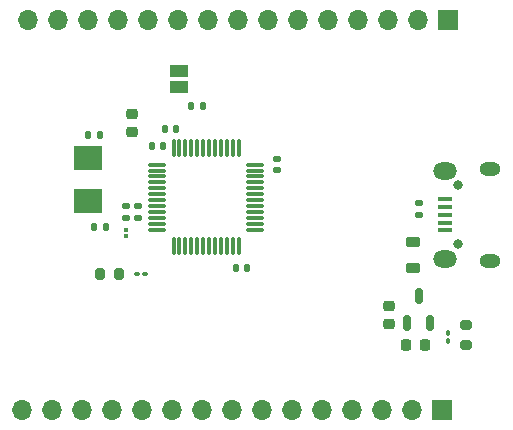
<source format=gbr>
%TF.GenerationSoftware,KiCad,Pcbnew,8.0.8*%
%TF.CreationDate,2025-01-21T23:24:59+01:00*%
%TF.ProjectId,STM32_Design,53544d33-325f-4446-9573-69676e2e6b69,rev?*%
%TF.SameCoordinates,Original*%
%TF.FileFunction,Soldermask,Top*%
%TF.FilePolarity,Negative*%
%FSLAX46Y46*%
G04 Gerber Fmt 4.6, Leading zero omitted, Abs format (unit mm)*
G04 Created by KiCad (PCBNEW 8.0.8) date 2025-01-21 23:24:59*
%MOMM*%
%LPD*%
G01*
G04 APERTURE LIST*
G04 Aperture macros list*
%AMRoundRect*
0 Rectangle with rounded corners*
0 $1 Rounding radius*
0 $2 $3 $4 $5 $6 $7 $8 $9 X,Y pos of 4 corners*
0 Add a 4 corners polygon primitive as box body*
4,1,4,$2,$3,$4,$5,$6,$7,$8,$9,$2,$3,0*
0 Add four circle primitives for the rounded corners*
1,1,$1+$1,$2,$3*
1,1,$1+$1,$4,$5*
1,1,$1+$1,$6,$7*
1,1,$1+$1,$8,$9*
0 Add four rect primitives between the rounded corners*
20,1,$1+$1,$2,$3,$4,$5,0*
20,1,$1+$1,$4,$5,$6,$7,0*
20,1,$1+$1,$6,$7,$8,$9,0*
20,1,$1+$1,$8,$9,$2,$3,0*%
G04 Aperture macros list end*
%ADD10RoundRect,0.075000X0.075000X-0.125000X0.075000X0.125000X-0.075000X0.125000X-0.075000X-0.125000X0*%
%ADD11R,2.400000X2.000000*%
%ADD12RoundRect,0.075000X-0.662500X-0.075000X0.662500X-0.075000X0.662500X0.075000X-0.662500X0.075000X0*%
%ADD13RoundRect,0.075000X-0.075000X-0.662500X0.075000X-0.662500X0.075000X0.662500X-0.075000X0.662500X0*%
%ADD14RoundRect,0.150000X0.150000X-0.512500X0.150000X0.512500X-0.150000X0.512500X-0.150000X-0.512500X0*%
%ADD15RoundRect,0.135000X0.185000X-0.135000X0.185000X0.135000X-0.185000X0.135000X-0.185000X-0.135000X0*%
%ADD16RoundRect,0.200000X0.200000X0.275000X-0.200000X0.275000X-0.200000X-0.275000X0.200000X-0.275000X0*%
%ADD17RoundRect,0.135000X0.135000X0.185000X-0.135000X0.185000X-0.135000X-0.185000X0.135000X-0.185000X0*%
%ADD18RoundRect,0.200000X-0.275000X0.200000X-0.275000X-0.200000X0.275000X-0.200000X0.275000X0.200000X0*%
%ADD19R,1.500000X1.000000*%
%ADD20R,1.700000X1.700000*%
%ADD21O,1.700000X1.700000*%
%ADD22O,0.800000X0.800000*%
%ADD23R,1.300000X0.450000*%
%ADD24O,1.800000X1.150000*%
%ADD25O,2.000000X1.450000*%
%ADD26RoundRect,0.218750X-0.381250X0.218750X-0.381250X-0.218750X0.381250X-0.218750X0.381250X0.218750X0*%
%ADD27RoundRect,0.100000X-0.130000X-0.100000X0.130000X-0.100000X0.130000X0.100000X-0.130000X0.100000X0*%
%ADD28RoundRect,0.100000X-0.100000X0.130000X-0.100000X-0.130000X0.100000X-0.130000X0.100000X0.130000X0*%
%ADD29RoundRect,0.140000X-0.140000X-0.170000X0.140000X-0.170000X0.140000X0.170000X-0.140000X0.170000X0*%
%ADD30RoundRect,0.140000X0.170000X-0.140000X0.170000X0.140000X-0.170000X0.140000X-0.170000X-0.140000X0*%
%ADD31RoundRect,0.140000X-0.170000X0.140000X-0.170000X-0.140000X0.170000X-0.140000X0.170000X0.140000X0*%
%ADD32RoundRect,0.140000X0.140000X0.170000X-0.140000X0.170000X-0.140000X-0.170000X0.140000X-0.170000X0*%
%ADD33RoundRect,0.225000X0.250000X-0.225000X0.250000X0.225000X-0.250000X0.225000X-0.250000X-0.225000X0*%
%ADD34RoundRect,0.225000X0.225000X0.250000X-0.225000X0.250000X-0.225000X-0.250000X0.225000X-0.250000X0*%
%ADD35RoundRect,0.225000X-0.250000X0.225000X-0.250000X-0.225000X0.250000X-0.225000X0.250000X0.225000X0*%
G04 APERTURE END LIST*
D10*
%TO.C,L1*%
X111750000Y-81775000D03*
X111750000Y-81275000D03*
%TD*%
D11*
%TO.C,Y1*%
X108500000Y-75150000D03*
X108500000Y-78850000D03*
%TD*%
D12*
%TO.C,U2*%
X114337500Y-75750000D03*
X114337500Y-76250000D03*
X114337500Y-76750000D03*
X114337500Y-77250000D03*
X114337500Y-77750000D03*
X114337500Y-78250000D03*
X114337500Y-78750000D03*
X114337500Y-79250000D03*
X114337500Y-79750000D03*
X114337500Y-80250000D03*
X114337500Y-80750000D03*
X114337500Y-81250000D03*
D13*
X115750000Y-82662500D03*
X116250000Y-82662500D03*
X116750000Y-82662500D03*
X117250000Y-82662500D03*
X117750000Y-82662500D03*
X118250000Y-82662500D03*
X118750000Y-82662500D03*
X119250000Y-82662500D03*
X119750000Y-82662500D03*
X120250000Y-82662500D03*
X120750000Y-82662500D03*
X121250000Y-82662500D03*
D12*
X122662500Y-81250000D03*
X122662500Y-80750000D03*
X122662500Y-80250000D03*
X122662500Y-79750000D03*
X122662500Y-79250000D03*
X122662500Y-78750000D03*
X122662500Y-78250000D03*
X122662500Y-77750000D03*
X122662500Y-77250000D03*
X122662500Y-76750000D03*
X122662500Y-76250000D03*
X122662500Y-75750000D03*
D13*
X121250000Y-74337500D03*
X120750000Y-74337500D03*
X120250000Y-74337500D03*
X119750000Y-74337500D03*
X119250000Y-74337500D03*
X118750000Y-74337500D03*
X118250000Y-74337500D03*
X117750000Y-74337500D03*
X117250000Y-74337500D03*
X116750000Y-74337500D03*
X116250000Y-74337500D03*
X115750000Y-74337500D03*
%TD*%
D14*
%TO.C,U1*%
X136500000Y-86862500D03*
X137450000Y-89137500D03*
X135550000Y-89137500D03*
%TD*%
D15*
%TO.C,R4*%
X136500000Y-78990000D03*
X136500000Y-80010000D03*
%TD*%
D16*
%TO.C,R3*%
X111150000Y-85000000D03*
X109500000Y-85000000D03*
%TD*%
D17*
%TO.C,R2*%
X118260000Y-70750000D03*
X117240000Y-70750000D03*
%TD*%
D18*
%TO.C,R1*%
X140500000Y-89350000D03*
X140500000Y-91000000D03*
%TD*%
D19*
%TO.C,JP1*%
X116250000Y-69150000D03*
X116250000Y-67850000D03*
%TD*%
D20*
%TO.C,J3*%
X138500000Y-96500000D03*
D21*
X135960000Y-96500000D03*
X133420000Y-96500000D03*
X130880000Y-96500000D03*
X128340000Y-96500000D03*
X125800000Y-96500000D03*
X123260000Y-96500000D03*
X120720000Y-96500000D03*
X118180000Y-96500000D03*
X115640000Y-96500000D03*
X113100000Y-96500000D03*
X110560000Y-96500000D03*
X108020000Y-96500000D03*
X105480000Y-96500000D03*
X102940000Y-96500000D03*
%TD*%
D20*
%TO.C,J2*%
X139000000Y-63500000D03*
D21*
X136460000Y-63500000D03*
X133920000Y-63500000D03*
X131380000Y-63500000D03*
X128840000Y-63500000D03*
X126300000Y-63500000D03*
X123760000Y-63500000D03*
X121220000Y-63500000D03*
X118680000Y-63500000D03*
X116140000Y-63500000D03*
X113600000Y-63500000D03*
X111060000Y-63500000D03*
X108520000Y-63500000D03*
X105980000Y-63500000D03*
X103440000Y-63500000D03*
%TD*%
D22*
%TO.C,J1*%
X139800000Y-82500000D03*
X139800000Y-77500000D03*
D23*
X138700000Y-81300000D03*
X138700000Y-80650000D03*
X138700000Y-80000000D03*
X138700000Y-79350000D03*
X138700000Y-78700000D03*
D24*
X142550000Y-83875000D03*
D25*
X138750000Y-83725000D03*
X138750000Y-76275000D03*
D24*
X142550000Y-76125000D03*
%TD*%
D26*
%TO.C,FB1*%
X136000000Y-82337500D03*
X136000000Y-84462500D03*
%TD*%
D27*
%TO.C,D2*%
X113320000Y-85000000D03*
X112680000Y-85000000D03*
%TD*%
D28*
%TO.C,D1*%
X139000000Y-90025000D03*
X139000000Y-90665000D03*
%TD*%
D29*
%TO.C,C11*%
X109040000Y-81000000D03*
X110000000Y-81000000D03*
%TD*%
%TO.C,C10*%
X108520000Y-73250000D03*
X109480000Y-73250000D03*
%TD*%
D30*
%TO.C,C9*%
X112750000Y-80230000D03*
X112750000Y-79270000D03*
%TD*%
%TO.C,C8*%
X111750000Y-80230000D03*
X111750000Y-79270000D03*
%TD*%
D29*
%TO.C,C7*%
X115020000Y-72750000D03*
X115980000Y-72750000D03*
%TD*%
D31*
%TO.C,C6*%
X124500000Y-76230000D03*
X124500000Y-75270000D03*
%TD*%
D32*
%TO.C,C5*%
X121020000Y-84500000D03*
X121980000Y-84500000D03*
%TD*%
%TO.C,C4*%
X114880000Y-74200000D03*
X113920000Y-74200000D03*
%TD*%
D33*
%TO.C,C3*%
X112250000Y-73025000D03*
X112250000Y-71475000D03*
%TD*%
D34*
%TO.C,C2*%
X135450000Y-91000000D03*
X137000000Y-91000000D03*
%TD*%
D35*
%TO.C,C1*%
X134000000Y-89275000D03*
X134000000Y-87725000D03*
%TD*%
M02*

</source>
